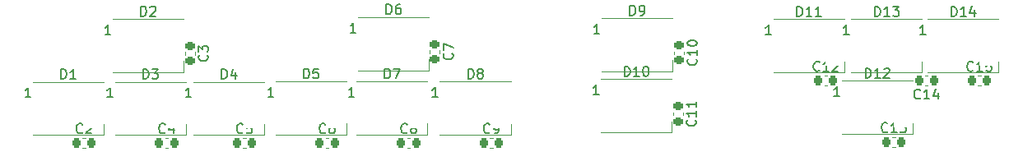
<source format=gbr>
%TF.GenerationSoftware,KiCad,Pcbnew,(6.0.9)*%
%TF.CreationDate,2023-04-01T14:39:57-08:00*%
%TF.ProjectId,LEFT CIRCUIT BREAKER,4c454654-2043-4495-9243-554954204252,1*%
%TF.SameCoordinates,Original*%
%TF.FileFunction,Legend,Top*%
%TF.FilePolarity,Positive*%
%FSLAX46Y46*%
G04 Gerber Fmt 4.6, Leading zero omitted, Abs format (unit mm)*
G04 Created by KiCad (PCBNEW (6.0.9)) date 2023-04-01 14:39:57*
%MOMM*%
%LPD*%
G01*
G04 APERTURE LIST*
G04 Aperture macros list*
%AMRoundRect*
0 Rectangle with rounded corners*
0 $1 Rounding radius*
0 $2 $3 $4 $5 $6 $7 $8 $9 X,Y pos of 4 corners*
0 Add a 4 corners polygon primitive as box body*
4,1,4,$2,$3,$4,$5,$6,$7,$8,$9,$2,$3,0*
0 Add four circle primitives for the rounded corners*
1,1,$1+$1,$2,$3*
1,1,$1+$1,$4,$5*
1,1,$1+$1,$6,$7*
1,1,$1+$1,$8,$9*
0 Add four rect primitives between the rounded corners*
20,1,$1+$1,$2,$3,$4,$5,0*
20,1,$1+$1,$4,$5,$6,$7,0*
20,1,$1+$1,$6,$7,$8,$9,0*
20,1,$1+$1,$8,$9,$2,$3,0*%
G04 Aperture macros list end*
%ADD10C,0.150000*%
%ADD11C,0.120000*%
%ADD12RoundRect,0.225000X-0.225000X-0.250000X0.225000X-0.250000X0.225000X0.250000X-0.225000X0.250000X0*%
%ADD13RoundRect,0.225000X-0.250000X0.225000X-0.250000X-0.225000X0.250000X-0.225000X0.250000X0.225000X0*%
%ADD14RoundRect,0.225000X0.225000X0.250000X-0.225000X0.250000X-0.225000X-0.250000X0.225000X-0.250000X0*%
%ADD15R,1.500000X0.900000*%
%ADD16RoundRect,0.250001X-1.099999X-1.399999X1.099999X-1.399999X1.099999X1.399999X-1.099999X1.399999X0*%
%ADD17O,2.700000X3.300000*%
G04 APERTURE END LIST*
D10*
%TO.C,C2*%
X17324173Y2248578D02*
X17276554Y2200959D01*
X17133697Y2153340D01*
X17038459Y2153340D01*
X16895601Y2200959D01*
X16800363Y2296197D01*
X16752744Y2391435D01*
X16705125Y2581911D01*
X16705125Y2724768D01*
X16752744Y2915244D01*
X16800363Y3010482D01*
X16895601Y3105720D01*
X17038459Y3153340D01*
X17133697Y3153340D01*
X17276554Y3105720D01*
X17324173Y3058101D01*
X17705125Y3058101D02*
X17752744Y3105720D01*
X17847982Y3153340D01*
X18086078Y3153340D01*
X18181316Y3105720D01*
X18228935Y3058101D01*
X18276554Y2962863D01*
X18276554Y2867625D01*
X18228935Y2724768D01*
X17657506Y2153340D01*
X18276554Y2153340D01*
%TO.C,C3*%
X30165982Y10221554D02*
X30213601Y10173935D01*
X30261220Y10031078D01*
X30261220Y9935840D01*
X30213601Y9792982D01*
X30118363Y9697744D01*
X30023125Y9650125D01*
X29832649Y9602506D01*
X29689792Y9602506D01*
X29499316Y9650125D01*
X29404078Y9697744D01*
X29308840Y9792982D01*
X29261220Y9935840D01*
X29261220Y10031078D01*
X29308840Y10173935D01*
X29356459Y10221554D01*
X29261220Y10554887D02*
X29261220Y11173935D01*
X29642173Y10840601D01*
X29642173Y10983459D01*
X29689792Y11078697D01*
X29737411Y11126316D01*
X29832649Y11173935D01*
X30070744Y11173935D01*
X30165982Y11126316D01*
X30213601Y11078697D01*
X30261220Y10983459D01*
X30261220Y10697744D01*
X30213601Y10602506D01*
X30165982Y10554887D01*
%TO.C,C4*%
X25824173Y2248578D02*
X25776554Y2200959D01*
X25633697Y2153340D01*
X25538459Y2153340D01*
X25395601Y2200959D01*
X25300363Y2296197D01*
X25252744Y2391435D01*
X25205125Y2581911D01*
X25205125Y2724768D01*
X25252744Y2915244D01*
X25300363Y3010482D01*
X25395601Y3105720D01*
X25538459Y3153340D01*
X25633697Y3153340D01*
X25776554Y3105720D01*
X25824173Y3058101D01*
X26681316Y2820006D02*
X26681316Y2153340D01*
X26443220Y3200959D02*
X26205125Y2486673D01*
X26824173Y2486673D01*
%TO.C,C5*%
X33824173Y2248578D02*
X33776554Y2200959D01*
X33633697Y2153340D01*
X33538459Y2153340D01*
X33395601Y2200959D01*
X33300363Y2296197D01*
X33252744Y2391435D01*
X33205125Y2581911D01*
X33205125Y2724768D01*
X33252744Y2915244D01*
X33300363Y3010482D01*
X33395601Y3105720D01*
X33538459Y3153340D01*
X33633697Y3153340D01*
X33776554Y3105720D01*
X33824173Y3058101D01*
X34728935Y3153340D02*
X34252744Y3153340D01*
X34205125Y2677149D01*
X34252744Y2724768D01*
X34347982Y2772387D01*
X34586078Y2772387D01*
X34681316Y2724768D01*
X34728935Y2677149D01*
X34776554Y2581911D01*
X34776554Y2343816D01*
X34728935Y2248578D01*
X34681316Y2200959D01*
X34586078Y2153340D01*
X34347982Y2153340D01*
X34252744Y2200959D01*
X34205125Y2248578D01*
%TO.C,C6*%
X42324173Y2248578D02*
X42276554Y2200959D01*
X42133697Y2153340D01*
X42038459Y2153340D01*
X41895601Y2200959D01*
X41800363Y2296197D01*
X41752744Y2391435D01*
X41705125Y2581911D01*
X41705125Y2724768D01*
X41752744Y2915244D01*
X41800363Y3010482D01*
X41895601Y3105720D01*
X42038459Y3153340D01*
X42133697Y3153340D01*
X42276554Y3105720D01*
X42324173Y3058101D01*
X43181316Y3153340D02*
X42990840Y3153340D01*
X42895601Y3105720D01*
X42847982Y3058101D01*
X42752744Y2915244D01*
X42705125Y2724768D01*
X42705125Y2343816D01*
X42752744Y2248578D01*
X42800363Y2200959D01*
X42895601Y2153340D01*
X43086078Y2153340D01*
X43181316Y2200959D01*
X43228935Y2248578D01*
X43276554Y2343816D01*
X43276554Y2581911D01*
X43228935Y2677149D01*
X43181316Y2724768D01*
X43086078Y2772387D01*
X42895601Y2772387D01*
X42800363Y2724768D01*
X42752744Y2677149D01*
X42705125Y2581911D01*
%TO.C,C7*%
X55365982Y10396554D02*
X55413601Y10348935D01*
X55461220Y10206078D01*
X55461220Y10110840D01*
X55413601Y9967982D01*
X55318363Y9872744D01*
X55223125Y9825125D01*
X55032649Y9777506D01*
X54889792Y9777506D01*
X54699316Y9825125D01*
X54604078Y9872744D01*
X54508840Y9967982D01*
X54461220Y10110840D01*
X54461220Y10206078D01*
X54508840Y10348935D01*
X54556459Y10396554D01*
X54461220Y10729887D02*
X54461220Y11396554D01*
X55461220Y10967982D01*
%TO.C,C8*%
X50724173Y2248578D02*
X50676554Y2200959D01*
X50533697Y2153340D01*
X50438459Y2153340D01*
X50295601Y2200959D01*
X50200363Y2296197D01*
X50152744Y2391435D01*
X50105125Y2581911D01*
X50105125Y2724768D01*
X50152744Y2915244D01*
X50200363Y3010482D01*
X50295601Y3105720D01*
X50438459Y3153340D01*
X50533697Y3153340D01*
X50676554Y3105720D01*
X50724173Y3058101D01*
X51295601Y2724768D02*
X51200363Y2772387D01*
X51152744Y2820006D01*
X51105125Y2915244D01*
X51105125Y2962863D01*
X51152744Y3058101D01*
X51200363Y3105720D01*
X51295601Y3153340D01*
X51486078Y3153340D01*
X51581316Y3105720D01*
X51628935Y3058101D01*
X51676554Y2962863D01*
X51676554Y2915244D01*
X51628935Y2820006D01*
X51581316Y2772387D01*
X51486078Y2724768D01*
X51295601Y2724768D01*
X51200363Y2677149D01*
X51152744Y2629530D01*
X51105125Y2534292D01*
X51105125Y2343816D01*
X51152744Y2248578D01*
X51200363Y2200959D01*
X51295601Y2153340D01*
X51486078Y2153340D01*
X51581316Y2200959D01*
X51628935Y2248578D01*
X51676554Y2343816D01*
X51676554Y2534292D01*
X51628935Y2629530D01*
X51581316Y2677149D01*
X51486078Y2724768D01*
%TO.C,C9*%
X59224173Y2248578D02*
X59176554Y2200959D01*
X59033697Y2153340D01*
X58938459Y2153340D01*
X58795601Y2200959D01*
X58700363Y2296197D01*
X58652744Y2391435D01*
X58605125Y2581911D01*
X58605125Y2724768D01*
X58652744Y2915244D01*
X58700363Y3010482D01*
X58795601Y3105720D01*
X58938459Y3153340D01*
X59033697Y3153340D01*
X59176554Y3105720D01*
X59224173Y3058101D01*
X59700363Y2153340D02*
X59890840Y2153340D01*
X59986078Y2200959D01*
X60033697Y2248578D01*
X60128935Y2391435D01*
X60176554Y2581911D01*
X60176554Y2962863D01*
X60128935Y3058101D01*
X60081316Y3105720D01*
X59986078Y3153340D01*
X59795601Y3153340D01*
X59700363Y3105720D01*
X59652744Y3058101D01*
X59605125Y2962863D01*
X59605125Y2724768D01*
X59652744Y2629530D01*
X59700363Y2581911D01*
X59795601Y2534292D01*
X59986078Y2534292D01*
X60081316Y2581911D01*
X60128935Y2629530D01*
X60176554Y2724768D01*
%TO.C,C11*%
X80365982Y3520363D02*
X80413601Y3472744D01*
X80461220Y3329887D01*
X80461220Y3234649D01*
X80413601Y3091792D01*
X80318363Y2996554D01*
X80223125Y2948935D01*
X80032649Y2901316D01*
X79889792Y2901316D01*
X79699316Y2948935D01*
X79604078Y2996554D01*
X79508840Y3091792D01*
X79461220Y3234649D01*
X79461220Y3329887D01*
X79508840Y3472744D01*
X79556459Y3520363D01*
X80461220Y4472744D02*
X80461220Y3901316D01*
X80461220Y4187030D02*
X79461220Y4187030D01*
X79604078Y4091792D01*
X79699316Y3996554D01*
X79746935Y3901316D01*
X80461220Y5425125D02*
X80461220Y4853697D01*
X80461220Y5139411D02*
X79461220Y5139411D01*
X79604078Y5044173D01*
X79699316Y4948935D01*
X79746935Y4853697D01*
%TO.C,C12*%
X93147982Y8648578D02*
X93100363Y8600959D01*
X92957506Y8553340D01*
X92862268Y8553340D01*
X92719411Y8600959D01*
X92624173Y8696197D01*
X92576554Y8791435D01*
X92528935Y8981911D01*
X92528935Y9124768D01*
X92576554Y9315244D01*
X92624173Y9410482D01*
X92719411Y9505720D01*
X92862268Y9553340D01*
X92957506Y9553340D01*
X93100363Y9505720D01*
X93147982Y9458101D01*
X94100363Y8553340D02*
X93528935Y8553340D01*
X93814649Y8553340D02*
X93814649Y9553340D01*
X93719411Y9410482D01*
X93624173Y9315244D01*
X93528935Y9267625D01*
X94481316Y9458101D02*
X94528935Y9505720D01*
X94624173Y9553340D01*
X94862268Y9553340D01*
X94957506Y9505720D01*
X95005125Y9458101D01*
X95052744Y9362863D01*
X95052744Y9267625D01*
X95005125Y9124768D01*
X94433697Y8553340D01*
X95052744Y8553340D01*
%TO.C,C13*%
X100147982Y2348578D02*
X100100363Y2300959D01*
X99957506Y2253340D01*
X99862268Y2253340D01*
X99719411Y2300959D01*
X99624173Y2396197D01*
X99576554Y2491435D01*
X99528935Y2681911D01*
X99528935Y2824768D01*
X99576554Y3015244D01*
X99624173Y3110482D01*
X99719411Y3205720D01*
X99862268Y3253340D01*
X99957506Y3253340D01*
X100100363Y3205720D01*
X100147982Y3158101D01*
X101100363Y2253340D02*
X100528935Y2253340D01*
X100814649Y2253340D02*
X100814649Y3253340D01*
X100719411Y3110482D01*
X100624173Y3015244D01*
X100528935Y2967625D01*
X101433697Y3253340D02*
X102052744Y3253340D01*
X101719411Y2872387D01*
X101862268Y2872387D01*
X101957506Y2824768D01*
X102005125Y2777149D01*
X102052744Y2681911D01*
X102052744Y2443816D01*
X102005125Y2348578D01*
X101957506Y2300959D01*
X101862268Y2253340D01*
X101576554Y2253340D01*
X101481316Y2300959D01*
X101433697Y2348578D01*
%TO.C,C14*%
X103523982Y5788578D02*
X103476363Y5740959D01*
X103333506Y5693340D01*
X103238268Y5693340D01*
X103095411Y5740959D01*
X103000173Y5836197D01*
X102952554Y5931435D01*
X102904935Y6121911D01*
X102904935Y6264768D01*
X102952554Y6455244D01*
X103000173Y6550482D01*
X103095411Y6645720D01*
X103238268Y6693340D01*
X103333506Y6693340D01*
X103476363Y6645720D01*
X103523982Y6598101D01*
X104476363Y5693340D02*
X103904935Y5693340D01*
X104190649Y5693340D02*
X104190649Y6693340D01*
X104095411Y6550482D01*
X104000173Y6455244D01*
X103904935Y6407625D01*
X105333506Y6360006D02*
X105333506Y5693340D01*
X105095411Y6740959D02*
X104857316Y6026673D01*
X105476363Y6026673D01*
%TO.C,C10*%
X80465982Y9820363D02*
X80513601Y9772744D01*
X80561220Y9629887D01*
X80561220Y9534649D01*
X80513601Y9391792D01*
X80418363Y9296554D01*
X80323125Y9248935D01*
X80132649Y9201316D01*
X79989792Y9201316D01*
X79799316Y9248935D01*
X79704078Y9296554D01*
X79608840Y9391792D01*
X79561220Y9534649D01*
X79561220Y9629887D01*
X79608840Y9772744D01*
X79656459Y9820363D01*
X80561220Y10772744D02*
X80561220Y10201316D01*
X80561220Y10487030D02*
X79561220Y10487030D01*
X79704078Y10391792D01*
X79799316Y10296554D01*
X79846935Y10201316D01*
X79561220Y11391792D02*
X79561220Y11487030D01*
X79608840Y11582268D01*
X79656459Y11629887D01*
X79751697Y11677506D01*
X79942173Y11725125D01*
X80180268Y11725125D01*
X80370744Y11677506D01*
X80465982Y11629887D01*
X80513601Y11582268D01*
X80561220Y11487030D01*
X80561220Y11391792D01*
X80513601Y11296554D01*
X80465982Y11248935D01*
X80370744Y11201316D01*
X80180268Y11153697D01*
X79942173Y11153697D01*
X79751697Y11201316D01*
X79656459Y11248935D01*
X79608840Y11296554D01*
X79561220Y11391792D01*
%TO.C,C15*%
X108947982Y8648578D02*
X108900363Y8600959D01*
X108757506Y8553340D01*
X108662268Y8553340D01*
X108519411Y8600959D01*
X108424173Y8696197D01*
X108376554Y8791435D01*
X108328935Y8981911D01*
X108328935Y9124768D01*
X108376554Y9315244D01*
X108424173Y9410482D01*
X108519411Y9505720D01*
X108662268Y9553340D01*
X108757506Y9553340D01*
X108900363Y9505720D01*
X108947982Y9458101D01*
X109900363Y8553340D02*
X109328935Y8553340D01*
X109614649Y8553340D02*
X109614649Y9553340D01*
X109519411Y9410482D01*
X109424173Y9315244D01*
X109328935Y9267625D01*
X110805125Y9553340D02*
X110328935Y9553340D01*
X110281316Y9077149D01*
X110328935Y9124768D01*
X110424173Y9172387D01*
X110662268Y9172387D01*
X110757506Y9124768D01*
X110805125Y9077149D01*
X110852744Y8981911D01*
X110852744Y8743816D01*
X110805125Y8648578D01*
X110757506Y8600959D01*
X110662268Y8553340D01*
X110424173Y8553340D01*
X110328935Y8600959D01*
X110281316Y8648578D01*
%TO.C,D1*%
X15126744Y7766940D02*
X15126744Y8766940D01*
X15364840Y8766940D01*
X15507697Y8719320D01*
X15602935Y8624082D01*
X15650554Y8528844D01*
X15698173Y8338368D01*
X15698173Y8195511D01*
X15650554Y8005035D01*
X15602935Y7909797D01*
X15507697Y7814559D01*
X15364840Y7766940D01*
X15126744Y7766940D01*
X16650554Y7766940D02*
X16079125Y7766940D01*
X16364840Y7766940D02*
X16364840Y8766940D01*
X16269601Y8624082D01*
X16174363Y8528844D01*
X16079125Y8481225D01*
X12000554Y5866940D02*
X11429125Y5866940D01*
X11714840Y5866940D02*
X11714840Y6866940D01*
X11619601Y6724082D01*
X11524363Y6628844D01*
X11429125Y6581225D01*
%TO.C,D2*%
X23344744Y14244140D02*
X23344744Y15244140D01*
X23582840Y15244140D01*
X23725697Y15196520D01*
X23820935Y15101282D01*
X23868554Y15006044D01*
X23916173Y14815568D01*
X23916173Y14672711D01*
X23868554Y14482235D01*
X23820935Y14386997D01*
X23725697Y14291759D01*
X23582840Y14244140D01*
X23344744Y14244140D01*
X24297125Y15148901D02*
X24344744Y15196520D01*
X24439982Y15244140D01*
X24678078Y15244140D01*
X24773316Y15196520D01*
X24820935Y15148901D01*
X24868554Y15053663D01*
X24868554Y14958425D01*
X24820935Y14815568D01*
X24249506Y14244140D01*
X24868554Y14244140D01*
X20218554Y12344140D02*
X19647125Y12344140D01*
X19932840Y12344140D02*
X19932840Y13344140D01*
X19837601Y13201282D01*
X19742363Y13106044D01*
X19647125Y13058425D01*
%TO.C,D3*%
X23573744Y7767140D02*
X23573744Y8767140D01*
X23811840Y8767140D01*
X23954697Y8719520D01*
X24049935Y8624282D01*
X24097554Y8529044D01*
X24145173Y8338568D01*
X24145173Y8195711D01*
X24097554Y8005235D01*
X24049935Y7909997D01*
X23954697Y7814759D01*
X23811840Y7767140D01*
X23573744Y7767140D01*
X24478506Y8767140D02*
X25097554Y8767140D01*
X24764220Y8386187D01*
X24907078Y8386187D01*
X25002316Y8338568D01*
X25049935Y8290949D01*
X25097554Y8195711D01*
X25097554Y7957616D01*
X25049935Y7862378D01*
X25002316Y7814759D01*
X24907078Y7767140D01*
X24621363Y7767140D01*
X24526125Y7814759D01*
X24478506Y7862378D01*
X20447554Y5867140D02*
X19876125Y5867140D01*
X20161840Y5867140D02*
X20161840Y6867140D01*
X20066601Y6724282D01*
X19971363Y6629044D01*
X19876125Y6581425D01*
%TO.C,D4*%
X31648744Y7767140D02*
X31648744Y8767140D01*
X31886840Y8767140D01*
X32029697Y8719520D01*
X32124935Y8624282D01*
X32172554Y8529044D01*
X32220173Y8338568D01*
X32220173Y8195711D01*
X32172554Y8005235D01*
X32124935Y7909997D01*
X32029697Y7814759D01*
X31886840Y7767140D01*
X31648744Y7767140D01*
X33077316Y8433806D02*
X33077316Y7767140D01*
X32839220Y8814759D02*
X32601125Y8100473D01*
X33220173Y8100473D01*
X28522554Y5867140D02*
X27951125Y5867140D01*
X28236840Y5867140D02*
X28236840Y6867140D01*
X28141601Y6724282D01*
X28046363Y6629044D01*
X27951125Y6581425D01*
%TO.C,D5*%
X40108744Y7817940D02*
X40108744Y8817940D01*
X40346840Y8817940D01*
X40489697Y8770320D01*
X40584935Y8675082D01*
X40632554Y8579844D01*
X40680173Y8389368D01*
X40680173Y8246511D01*
X40632554Y8056035D01*
X40584935Y7960797D01*
X40489697Y7865559D01*
X40346840Y7817940D01*
X40108744Y7817940D01*
X41584935Y8817940D02*
X41108744Y8817940D01*
X41061125Y8341749D01*
X41108744Y8389368D01*
X41203982Y8436987D01*
X41442078Y8436987D01*
X41537316Y8389368D01*
X41584935Y8341749D01*
X41632554Y8246511D01*
X41632554Y8008416D01*
X41584935Y7913178D01*
X41537316Y7865559D01*
X41442078Y7817940D01*
X41203982Y7817940D01*
X41108744Y7865559D01*
X41061125Y7913178D01*
X36982554Y5917940D02*
X36411125Y5917940D01*
X36696840Y5917940D02*
X36696840Y6917940D01*
X36601601Y6775082D01*
X36506363Y6679844D01*
X36411125Y6632225D01*
%TO.C,D6*%
X48589744Y14447340D02*
X48589744Y15447340D01*
X48827840Y15447340D01*
X48970697Y15399720D01*
X49065935Y15304482D01*
X49113554Y15209244D01*
X49161173Y15018768D01*
X49161173Y14875911D01*
X49113554Y14685435D01*
X49065935Y14590197D01*
X48970697Y14494959D01*
X48827840Y14447340D01*
X48589744Y14447340D01*
X50018316Y15447340D02*
X49827840Y15447340D01*
X49732601Y15399720D01*
X49684982Y15352101D01*
X49589744Y15209244D01*
X49542125Y15018768D01*
X49542125Y14637816D01*
X49589744Y14542578D01*
X49637363Y14494959D01*
X49732601Y14447340D01*
X49923078Y14447340D01*
X50018316Y14494959D01*
X50065935Y14542578D01*
X50113554Y14637816D01*
X50113554Y14875911D01*
X50065935Y14971149D01*
X50018316Y15018768D01*
X49923078Y15066387D01*
X49732601Y15066387D01*
X49637363Y15018768D01*
X49589744Y14971149D01*
X49542125Y14875911D01*
X45463554Y12547340D02*
X44892125Y12547340D01*
X45177840Y12547340D02*
X45177840Y13547340D01*
X45082601Y13404482D01*
X44987363Y13309244D01*
X44892125Y13261625D01*
%TO.C,D7*%
X48414744Y7817940D02*
X48414744Y8817940D01*
X48652840Y8817940D01*
X48795697Y8770320D01*
X48890935Y8675082D01*
X48938554Y8579844D01*
X48986173Y8389368D01*
X48986173Y8246511D01*
X48938554Y8056035D01*
X48890935Y7960797D01*
X48795697Y7865559D01*
X48652840Y7817940D01*
X48414744Y7817940D01*
X49319506Y8817940D02*
X49986173Y8817940D01*
X49557601Y7817940D01*
X45288554Y5917940D02*
X44717125Y5917940D01*
X45002840Y5917940D02*
X45002840Y6917940D01*
X44907601Y6775082D01*
X44812363Y6679844D01*
X44717125Y6632225D01*
%TO.C,D8*%
X57011744Y7792340D02*
X57011744Y8792340D01*
X57249840Y8792340D01*
X57392697Y8744720D01*
X57487935Y8649482D01*
X57535554Y8554244D01*
X57583173Y8363768D01*
X57583173Y8220911D01*
X57535554Y8030435D01*
X57487935Y7935197D01*
X57392697Y7839959D01*
X57249840Y7792340D01*
X57011744Y7792340D01*
X58154601Y8363768D02*
X58059363Y8411387D01*
X58011744Y8459006D01*
X57964125Y8554244D01*
X57964125Y8601863D01*
X58011744Y8697101D01*
X58059363Y8744720D01*
X58154601Y8792340D01*
X58345078Y8792340D01*
X58440316Y8744720D01*
X58487935Y8697101D01*
X58535554Y8601863D01*
X58535554Y8554244D01*
X58487935Y8459006D01*
X58440316Y8411387D01*
X58345078Y8363768D01*
X58154601Y8363768D01*
X58059363Y8316149D01*
X58011744Y8268530D01*
X57964125Y8173292D01*
X57964125Y7982816D01*
X58011744Y7887578D01*
X58059363Y7839959D01*
X58154601Y7792340D01*
X58345078Y7792340D01*
X58440316Y7839959D01*
X58487935Y7887578D01*
X58535554Y7982816D01*
X58535554Y8173292D01*
X58487935Y8268530D01*
X58440316Y8316149D01*
X58345078Y8363768D01*
X53885554Y5892340D02*
X53314125Y5892340D01*
X53599840Y5892340D02*
X53599840Y6892340D01*
X53504601Y6749482D01*
X53409363Y6654244D01*
X53314125Y6606625D01*
%TO.C,D9*%
X73648744Y14320140D02*
X73648744Y15320140D01*
X73886840Y15320140D01*
X74029697Y15272520D01*
X74124935Y15177282D01*
X74172554Y15082044D01*
X74220173Y14891568D01*
X74220173Y14748711D01*
X74172554Y14558235D01*
X74124935Y14462997D01*
X74029697Y14367759D01*
X73886840Y14320140D01*
X73648744Y14320140D01*
X74696363Y14320140D02*
X74886840Y14320140D01*
X74982078Y14367759D01*
X75029697Y14415378D01*
X75124935Y14558235D01*
X75172554Y14748711D01*
X75172554Y15129663D01*
X75124935Y15224901D01*
X75077316Y15272520D01*
X74982078Y15320140D01*
X74791601Y15320140D01*
X74696363Y15272520D01*
X74648744Y15224901D01*
X74601125Y15129663D01*
X74601125Y14891568D01*
X74648744Y14796330D01*
X74696363Y14748711D01*
X74791601Y14701092D01*
X74982078Y14701092D01*
X75077316Y14748711D01*
X75124935Y14796330D01*
X75172554Y14891568D01*
X70522554Y12420140D02*
X69951125Y12420140D01*
X70236840Y12420140D02*
X70236840Y13420140D01*
X70141601Y13277282D01*
X70046363Y13182044D01*
X69951125Y13134425D01*
%TO.C,D10*%
X73095554Y8046340D02*
X73095554Y9046340D01*
X73333649Y9046340D01*
X73476506Y8998720D01*
X73571744Y8903482D01*
X73619363Y8808244D01*
X73666982Y8617768D01*
X73666982Y8474911D01*
X73619363Y8284435D01*
X73571744Y8189197D01*
X73476506Y8093959D01*
X73333649Y8046340D01*
X73095554Y8046340D01*
X74619363Y8046340D02*
X74047935Y8046340D01*
X74333649Y8046340D02*
X74333649Y9046340D01*
X74238411Y8903482D01*
X74143173Y8808244D01*
X74047935Y8760625D01*
X75238411Y9046340D02*
X75333649Y9046340D01*
X75428887Y8998720D01*
X75476506Y8951101D01*
X75524125Y8855863D01*
X75571744Y8665387D01*
X75571744Y8427292D01*
X75524125Y8236816D01*
X75476506Y8141578D01*
X75428887Y8093959D01*
X75333649Y8046340D01*
X75238411Y8046340D01*
X75143173Y8093959D01*
X75095554Y8141578D01*
X75047935Y8236816D01*
X75000316Y8427292D01*
X75000316Y8665387D01*
X75047935Y8855863D01*
X75095554Y8951101D01*
X75143173Y8998720D01*
X75238411Y9046340D01*
X70445554Y6146340D02*
X69874125Y6146340D01*
X70159840Y6146340D02*
X70159840Y7146340D01*
X70064601Y7003482D01*
X69969363Y6908244D01*
X69874125Y6860625D01*
%TO.C,D11*%
X90838554Y14218740D02*
X90838554Y15218740D01*
X91076649Y15218740D01*
X91219506Y15171120D01*
X91314744Y15075882D01*
X91362363Y14980644D01*
X91409982Y14790168D01*
X91409982Y14647311D01*
X91362363Y14456835D01*
X91314744Y14361597D01*
X91219506Y14266359D01*
X91076649Y14218740D01*
X90838554Y14218740D01*
X92362363Y14218740D02*
X91790935Y14218740D01*
X92076649Y14218740D02*
X92076649Y15218740D01*
X91981411Y15075882D01*
X91886173Y14980644D01*
X91790935Y14933025D01*
X93314744Y14218740D02*
X92743316Y14218740D01*
X93029030Y14218740D02*
X93029030Y15218740D01*
X92933792Y15075882D01*
X92838554Y14980644D01*
X92743316Y14933025D01*
X88188554Y12318740D02*
X87617125Y12318740D01*
X87902840Y12318740D02*
X87902840Y13318740D01*
X87807601Y13175882D01*
X87712363Y13080644D01*
X87617125Y13033025D01*
%TO.C,D13*%
X98839554Y14218740D02*
X98839554Y15218740D01*
X99077649Y15218740D01*
X99220506Y15171120D01*
X99315744Y15075882D01*
X99363363Y14980644D01*
X99410982Y14790168D01*
X99410982Y14647311D01*
X99363363Y14456835D01*
X99315744Y14361597D01*
X99220506Y14266359D01*
X99077649Y14218740D01*
X98839554Y14218740D01*
X100363363Y14218740D02*
X99791935Y14218740D01*
X100077649Y14218740D02*
X100077649Y15218740D01*
X99982411Y15075882D01*
X99887173Y14980644D01*
X99791935Y14933025D01*
X100696697Y15218740D02*
X101315744Y15218740D01*
X100982411Y14837787D01*
X101125268Y14837787D01*
X101220506Y14790168D01*
X101268125Y14742549D01*
X101315744Y14647311D01*
X101315744Y14409216D01*
X101268125Y14313978D01*
X101220506Y14266359D01*
X101125268Y14218740D01*
X100839554Y14218740D01*
X100744316Y14266359D01*
X100696697Y14313978D01*
X96189554Y12318740D02*
X95618125Y12318740D01*
X95903840Y12318740D02*
X95903840Y13318740D01*
X95808601Y13175882D01*
X95713363Y13080644D01*
X95618125Y13033025D01*
%TO.C,D14*%
X106713554Y14218740D02*
X106713554Y15218740D01*
X106951649Y15218740D01*
X107094506Y15171120D01*
X107189744Y15075882D01*
X107237363Y14980644D01*
X107284982Y14790168D01*
X107284982Y14647311D01*
X107237363Y14456835D01*
X107189744Y14361597D01*
X107094506Y14266359D01*
X106951649Y14218740D01*
X106713554Y14218740D01*
X108237363Y14218740D02*
X107665935Y14218740D01*
X107951649Y14218740D02*
X107951649Y15218740D01*
X107856411Y15075882D01*
X107761173Y14980644D01*
X107665935Y14933025D01*
X109094506Y14885406D02*
X109094506Y14218740D01*
X108856411Y15266359D02*
X108618316Y14552073D01*
X109237363Y14552073D01*
X104063554Y12318740D02*
X103492125Y12318740D01*
X103777840Y12318740D02*
X103777840Y13318740D01*
X103682601Y13175882D01*
X103587363Y13080644D01*
X103492125Y13033025D01*
%TO.C,D12*%
X97874554Y7868740D02*
X97874554Y8868740D01*
X98112649Y8868740D01*
X98255506Y8821120D01*
X98350744Y8725882D01*
X98398363Y8630644D01*
X98445982Y8440168D01*
X98445982Y8297311D01*
X98398363Y8106835D01*
X98350744Y8011597D01*
X98255506Y7916359D01*
X98112649Y7868740D01*
X97874554Y7868740D01*
X99398363Y7868740D02*
X98826935Y7868740D01*
X99112649Y7868740D02*
X99112649Y8868740D01*
X99017411Y8725882D01*
X98922173Y8630644D01*
X98826935Y8583025D01*
X99779316Y8773501D02*
X99826935Y8821120D01*
X99922173Y8868740D01*
X100160268Y8868740D01*
X100255506Y8821120D01*
X100303125Y8773501D01*
X100350744Y8678263D01*
X100350744Y8583025D01*
X100303125Y8440168D01*
X99731697Y7868740D01*
X100350744Y7868740D01*
X95224554Y5968740D02*
X94653125Y5968740D01*
X94938840Y5968740D02*
X94938840Y6968740D01*
X94843601Y6825882D01*
X94748363Y6730644D01*
X94653125Y6683025D01*
D11*
%TO.C,C2*%
X17350260Y665720D02*
X17631420Y665720D01*
X17350260Y1685720D02*
X17631420Y1685720D01*
%TO.C,C3*%
X27868840Y10528800D02*
X27868840Y10247640D01*
X28888840Y10528800D02*
X28888840Y10247640D01*
%TO.C,C4*%
X25850260Y665720D02*
X26131420Y665720D01*
X25850260Y1685720D02*
X26131420Y1685720D01*
%TO.C,C5*%
X33850260Y665720D02*
X34131420Y665720D01*
X33850260Y1685720D02*
X34131420Y1685720D01*
%TO.C,C6*%
X42350260Y665720D02*
X42631420Y665720D01*
X42350260Y1685720D02*
X42631420Y1685720D01*
%TO.C,C7*%
X53068840Y10703800D02*
X53068840Y10422640D01*
X54088840Y10703800D02*
X54088840Y10422640D01*
%TO.C,C8*%
X50750260Y665720D02*
X51031420Y665720D01*
X50750260Y1685720D02*
X51031420Y1685720D01*
%TO.C,C9*%
X59250260Y665720D02*
X59531420Y665720D01*
X59250260Y1685720D02*
X59531420Y1685720D01*
%TO.C,C11*%
X78068840Y4303800D02*
X78068840Y4022640D01*
X79088840Y4303800D02*
X79088840Y4022640D01*
%TO.C,C12*%
X93650260Y7065720D02*
X93931420Y7065720D01*
X93650260Y8085720D02*
X93931420Y8085720D01*
%TO.C,C13*%
X100650260Y765720D02*
X100931420Y765720D01*
X100650260Y1785720D02*
X100931420Y1785720D01*
%TO.C,C14*%
X104307420Y8085720D02*
X104026260Y8085720D01*
X104307420Y7065720D02*
X104026260Y7065720D01*
%TO.C,C10*%
X78168840Y10603800D02*
X78168840Y10322640D01*
X79188840Y10603800D02*
X79188840Y10322640D01*
%TO.C,C15*%
X109450260Y7065720D02*
X109731420Y7065720D01*
X109450260Y8085720D02*
X109731420Y8085720D01*
%TO.C,D1*%
X12214840Y7469320D02*
X19514840Y7469320D01*
X12214840Y1969320D02*
X19514840Y1969320D01*
X19514840Y1969320D02*
X19514840Y3119320D01*
%TO.C,D2*%
X20432840Y13946520D02*
X27732840Y13946520D01*
X20432840Y8446520D02*
X27732840Y8446520D01*
X27732840Y8446520D02*
X27732840Y9596520D01*
%TO.C,D3*%
X20661840Y7469520D02*
X27961840Y7469520D01*
X20661840Y1969520D02*
X27961840Y1969520D01*
X27961840Y1969520D02*
X27961840Y3119520D01*
%TO.C,D4*%
X28736840Y7469520D02*
X36036840Y7469520D01*
X28736840Y1969520D02*
X36036840Y1969520D01*
X36036840Y1969520D02*
X36036840Y3119520D01*
%TO.C,D5*%
X37196840Y7520320D02*
X44496840Y7520320D01*
X37196840Y2020320D02*
X44496840Y2020320D01*
X44496840Y2020320D02*
X44496840Y3170320D01*
%TO.C,D6*%
X45677840Y14149720D02*
X52977840Y14149720D01*
X45677840Y8649720D02*
X52977840Y8649720D01*
X52977840Y8649720D02*
X52977840Y9799720D01*
%TO.C,D7*%
X45502840Y7520320D02*
X52802840Y7520320D01*
X45502840Y2020320D02*
X52802840Y2020320D01*
X52802840Y2020320D02*
X52802840Y3170320D01*
%TO.C,D8*%
X54099840Y7494720D02*
X61399840Y7494720D01*
X54099840Y1994720D02*
X61399840Y1994720D01*
X61399840Y1994720D02*
X61399840Y3144720D01*
%TO.C,D9*%
X70736840Y14022520D02*
X78036840Y14022520D01*
X70736840Y8522520D02*
X78036840Y8522520D01*
X78036840Y8522520D02*
X78036840Y9672520D01*
%TO.C,D10*%
X70659840Y7748720D02*
X77959840Y7748720D01*
X70659840Y2248720D02*
X77959840Y2248720D01*
X77959840Y2248720D02*
X77959840Y3398720D01*
%TO.C,D11*%
X88402840Y13921120D02*
X95702840Y13921120D01*
X88402840Y8421120D02*
X95702840Y8421120D01*
X95702840Y8421120D02*
X95702840Y9571120D01*
%TO.C,D13*%
X96403840Y13921120D02*
X103703840Y13921120D01*
X96403840Y8421120D02*
X103703840Y8421120D01*
X103703840Y8421120D02*
X103703840Y9571120D01*
%TO.C,D14*%
X104277840Y13921120D02*
X111577840Y13921120D01*
X104277840Y8421120D02*
X111577840Y8421120D01*
X111577840Y8421120D02*
X111577840Y9571120D01*
%TO.C,D12*%
X95438840Y7571120D02*
X102738840Y7571120D01*
X95438840Y2071120D02*
X102738840Y2071120D01*
X102738840Y2071120D02*
X102738840Y3221120D01*
%TD*%
%LPC*%
D12*
%TO.C,C2*%
X16715840Y1175720D03*
X18265840Y1175720D03*
%TD*%
D13*
%TO.C,C3*%
X28378840Y11163220D03*
X28378840Y9613220D03*
%TD*%
D12*
%TO.C,C4*%
X25215840Y1175720D03*
X26765840Y1175720D03*
%TD*%
%TO.C,C5*%
X33215840Y1175720D03*
X34765840Y1175720D03*
%TD*%
%TO.C,C6*%
X41715840Y1175720D03*
X43265840Y1175720D03*
%TD*%
D13*
%TO.C,C7*%
X53578840Y11338220D03*
X53578840Y9788220D03*
%TD*%
D12*
%TO.C,C8*%
X50115840Y1175720D03*
X51665840Y1175720D03*
%TD*%
%TO.C,C9*%
X58615840Y1175720D03*
X60165840Y1175720D03*
%TD*%
D13*
%TO.C,C11*%
X78578840Y4938220D03*
X78578840Y3388220D03*
%TD*%
D12*
%TO.C,C12*%
X93015840Y7575720D03*
X94565840Y7575720D03*
%TD*%
%TO.C,C13*%
X100015840Y1275720D03*
X101565840Y1275720D03*
%TD*%
D14*
%TO.C,C14*%
X104941840Y7575720D03*
X103391840Y7575720D03*
%TD*%
D13*
%TO.C,C10*%
X78678840Y11238220D03*
X78678840Y9688220D03*
%TD*%
D12*
%TO.C,C15*%
X108815840Y7575720D03*
X110365840Y7575720D03*
%TD*%
D15*
%TO.C,D1*%
X13414840Y6369320D03*
X13414840Y3069320D03*
X18314840Y3069320D03*
X18314840Y6369320D03*
%TD*%
%TO.C,D2*%
X21632840Y12846520D03*
X21632840Y9546520D03*
X26532840Y9546520D03*
X26532840Y12846520D03*
%TD*%
%TO.C,D3*%
X21861840Y6369520D03*
X21861840Y3069520D03*
X26761840Y3069520D03*
X26761840Y6369520D03*
%TD*%
%TO.C,D4*%
X29936840Y6369520D03*
X29936840Y3069520D03*
X34836840Y3069520D03*
X34836840Y6369520D03*
%TD*%
%TO.C,D5*%
X38396840Y6420320D03*
X38396840Y3120320D03*
X43296840Y3120320D03*
X43296840Y6420320D03*
%TD*%
%TO.C,D6*%
X46877840Y13049720D03*
X46877840Y9749720D03*
X51777840Y9749720D03*
X51777840Y13049720D03*
%TD*%
%TO.C,D7*%
X46702840Y6420320D03*
X46702840Y3120320D03*
X51602840Y3120320D03*
X51602840Y6420320D03*
%TD*%
%TO.C,D8*%
X55299840Y6394720D03*
X55299840Y3094720D03*
X60199840Y3094720D03*
X60199840Y6394720D03*
%TD*%
%TO.C,D9*%
X71936840Y12922520D03*
X71936840Y9622520D03*
X76836840Y9622520D03*
X76836840Y12922520D03*
%TD*%
%TO.C,D10*%
X71859840Y6648720D03*
X71859840Y3348720D03*
X76759840Y3348720D03*
X76759840Y6648720D03*
%TD*%
%TO.C,D11*%
X89602840Y12821120D03*
X89602840Y9521120D03*
X94502840Y9521120D03*
X94502840Y12821120D03*
%TD*%
%TO.C,D13*%
X97603840Y12821120D03*
X97603840Y9521120D03*
X102503840Y9521120D03*
X102503840Y12821120D03*
%TD*%
%TO.C,D14*%
X105477840Y12821120D03*
X105477840Y9521120D03*
X110377840Y9521120D03*
X110377840Y12821120D03*
%TD*%
%TO.C,D12*%
X96638840Y6471120D03*
X96638840Y3171120D03*
X101538840Y3171120D03*
X101538840Y6471120D03*
%TD*%
D16*
%TO.C,J1*%
X33778840Y-9524280D03*
D17*
X37978840Y-9524280D03*
X33778840Y-4024280D03*
X37978840Y-4024280D03*
%TD*%
D16*
%TO.C,J2*%
X44678840Y-9524280D03*
D17*
X48878840Y-9524280D03*
X44678840Y-4024280D03*
X48878840Y-4024280D03*
%TD*%
M02*

</source>
